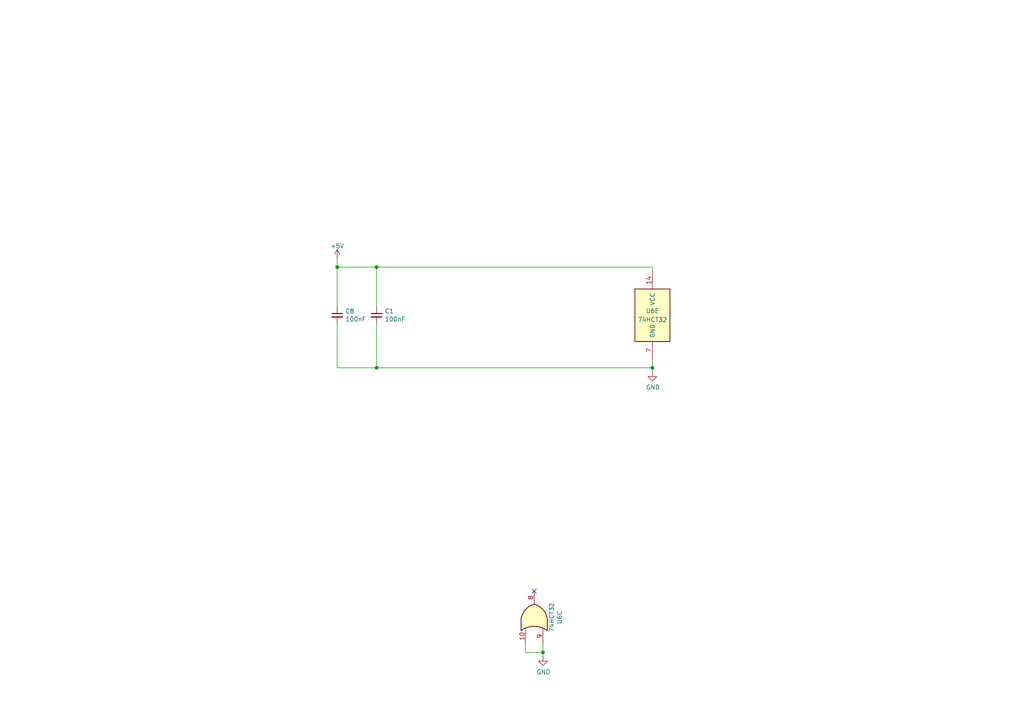
<source format=kicad_sch>
(kicad_sch (version 20231120) (generator "eeschema") (generator_version "8.0")
  (paper "A4")
  (title_block (title "BulkyModem Module (Power)"))
  (lib_symbols
    (symbol "74xx:74LS32" (pin_names (offset 1.016))
      (property "Reference" "U" (at 0 1.27 0))
      (property "Value" "74LS32" (at 0 -1.27 0))
      (symbol "74LS32_1_1"
        (arc (start -3.81 -3.81) (mid -2.589 0) (end -3.81 3.81) (stroke (width 0.254)))
        (arc (start -0.6096 -3.81) (mid 2.1842 -2.5851) (end 3.81 0) (stroke (width 0.254)) (fill (type background)))
        (polyline (pts (xy -3.81 -3.81) (xy -0.635 -3.81)) (stroke (width 0.254)) (fill (type background)))
        (polyline (pts (xy -3.81 3.81) (xy -0.635 3.81)) (stroke (width 0.254)) (fill (type background)))
        (polyline (pts (xy -0.635 3.81) (xy -3.81 3.81) (xy -3.81 3.81) (xy -3.556 3.4036) (xy -3.0226 2.2606) (xy -2.6924 1.0414) (xy -2.6162 -0.254) (xy -2.7686 -1.4986) (xy -3.175 -2.7178) (xy -3.81 -3.81) (xy -3.81 -3.81) (xy -0.635 -3.81)) (stroke (width -25.4)) (fill (type background)))
        (arc (start 3.81 0) (mid 2.1915 2.5936) (end -0.6096 3.81) (stroke (width 0.254)) (fill (type background)))
        (pin input line (at -7.62 2.54 0) (length 4.318) (name "~") (number "1"))
        (pin input line (at -7.62 -2.54 0) (length 4.318) (name "~") (number "2"))
        (pin output line (at 7.62 0 180) (length 3.81) (name "~") (number "3"))
      )
      (symbol "74LS32_1_2"
        (arc (start 0 -3.81) (mid 3.7934 0) (end 0 3.81) (stroke (width 0.254)) (fill (type background)))
        (polyline (pts (xy 0 3.81) (xy -3.81 3.81) (xy -3.81 -3.81) (xy 0 -3.81)) (stroke (width 0.254)) (fill (type background)))
        (pin input inverted (at -7.62 2.54 0) (length 3.81) (name "~") (number "1"))
        (pin input inverted (at -7.62 -2.54 0) (length 3.81) (name "~") (number "2"))
        (pin output inverted (at 7.62 0 180) (length 3.81) (name "~") (number "3"))
      )
      (symbol "74LS32_2_1"
        (arc (start -3.81 -3.81) (mid -2.589 0) (end -3.81 3.81) (stroke (width 0.254)))
        (arc (start -0.6096 -3.81) (mid 2.1842 -2.5851) (end 3.81 0) (stroke (width 0.254)) (fill (type background)))
        (polyline (pts (xy -3.81 -3.81) (xy -0.635 -3.81)) (stroke (width 0.254)) (fill (type background)))
        (polyline (pts (xy -3.81 3.81) (xy -0.635 3.81)) (stroke (width 0.254)) (fill (type background)))
        (polyline (pts (xy -0.635 3.81) (xy -3.81 3.81) (xy -3.81 3.81) (xy -3.556 3.4036) (xy -3.0226 2.2606) (xy -2.6924 1.0414) (xy -2.6162 -0.254) (xy -2.7686 -1.4986) (xy -3.175 -2.7178) (xy -3.81 -3.81) (xy -3.81 -3.81) (xy -0.635 -3.81)) (stroke (width -25.4)) (fill (type background)))
        (arc (start 3.81 0) (mid 2.1915 2.5936) (end -0.6096 3.81) (stroke (width 0.254)) (fill (type background)))
        (pin input line (at -7.62 2.54 0) (length 4.318) (name "~") (number "4"))
        (pin input line (at -7.62 -2.54 0) (length 4.318) (name "~") (number "5"))
        (pin output line (at 7.62 0 180) (length 3.81) (name "~") (number "6"))
      )
      (symbol "74LS32_2_2"
        (arc (start 0 -3.81) (mid 3.7934 0) (end 0 3.81) (stroke (width 0.254)) (fill (type background)))
        (polyline (pts (xy 0 3.81) (xy -3.81 3.81) (xy -3.81 -3.81) (xy 0 -3.81)) (stroke (width 0.254)) (fill (type background)))
        (pin input inverted (at -7.62 2.54 0) (length 3.81) (name "~") (number "4"))
        (pin input inverted (at -7.62 -2.54 0) (length 3.81) (name "~") (number "5"))
        (pin output inverted (at 7.62 0 180) (length 3.81) (name "~") (number "6"))
      )
      (symbol "74LS32_3_1"
        (arc (start -3.81 -3.81) (mid -2.589 0) (end -3.81 3.81) (stroke (width 0.254)))
        (arc (start -0.6096 -3.81) (mid 2.1842 -2.5851) (end 3.81 0) (stroke (width 0.254)) (fill (type background)))
        (polyline (pts (xy -3.81 -3.81) (xy -0.635 -3.81)) (stroke (width 0.254)) (fill (type background)))
        (polyline (pts (xy -3.81 3.81) (xy -0.635 3.81)) (stroke (width 0.254)) (fill (type background)))
        (polyline (pts (xy -0.635 3.81) (xy -3.81 3.81) (xy -3.81 3.81) (xy -3.556 3.4036) (xy -3.0226 2.2606) (xy -2.6924 1.0414) (xy -2.6162 -0.254) (xy -2.7686 -1.4986) (xy -3.175 -2.7178) (xy -3.81 -3.81) (xy -3.81 -3.81) (xy -0.635 -3.81)) (stroke (width -25.4)) (fill (type background)))
        (arc (start 3.81 0) (mid 2.1915 2.5936) (end -0.6096 3.81) (stroke (width 0.254)) (fill (type background)))
        (pin input line (at -7.62 -2.54 0) (length 4.318) (name "~") (number "10"))
        (pin output line (at 7.62 0 180) (length 3.81) (name "~") (number "8"))
        (pin input line (at -7.62 2.54 0) (length 4.318) (name "~") (number "9"))
      )
      (symbol "74LS32_3_2"
        (arc (start 0 -3.81) (mid 3.7934 0) (end 0 3.81) (stroke (width 0.254)) (fill (type background)))
        (polyline (pts (xy 0 3.81) (xy -3.81 3.81) (xy -3.81 -3.81) (xy 0 -3.81)) (stroke (width 0.254)) (fill (type background)))
        (pin input inverted (at -7.62 -2.54 0) (length 3.81) (name "~") (number "10"))
        (pin output inverted (at 7.62 0 180) (length 3.81) (name "~") (number "8"))
        (pin input inverted (at -7.62 2.54 0) (length 3.81) (name "~") (number "9"))
      )
      (symbol "74LS32_4_1"
        (arc (start -3.81 -3.81) (mid -2.589 0) (end -3.81 3.81) (stroke (width 0.254)))
        (arc (start -0.6096 -3.81) (mid 2.1842 -2.5851) (end 3.81 0) (stroke (width 0.254)) (fill (type background)))
        (polyline (pts (xy -3.81 -3.81) (xy -0.635 -3.81)) (stroke (width 0.254)) (fill (type background)))
        (polyline (pts (xy -3.81 3.81) (xy -0.635 3.81)) (stroke (width 0.254)) (fill (type background)))
        (polyline (pts (xy -0.635 3.81) (xy -3.81 3.81) (xy -3.81 3.81) (xy -3.556 3.4036) (xy -3.0226 2.2606) (xy -2.6924 1.0414) (xy -2.6162 -0.254) (xy -2.7686 -1.4986) (xy -3.175 -2.7178) (xy -3.81 -3.81) (xy -3.81 -3.81) (xy -0.635 -3.81)) (stroke (width -25.4)) (fill (type background)))
        (arc (start 3.81 0) (mid 2.1915 2.5936) (end -0.6096 3.81) (stroke (width 0.254)) (fill (type background)))
        (pin output line (at 7.62 0 180) (length 3.81) (name "~") (number "11"))
        (pin input line (at -7.62 2.54 0) (length 4.318) (name "~") (number "12"))
        (pin input line (at -7.62 -2.54 0) (length 4.318) (name "~") (number "13"))
      )
      (symbol "74LS32_4_2"
        (arc (start 0 -3.81) (mid 3.7934 0) (end 0 3.81) (stroke (width 0.254)) (fill (type background)))
        (polyline (pts (xy 0 3.81) (xy -3.81 3.81) (xy -3.81 -3.81) (xy 0 -3.81)) (stroke (width 0.254)) (fill (type background)))
        (pin output inverted (at 7.62 0 180) (length 3.81) (name "~") (number "11"))
        (pin input inverted (at -7.62 2.54 0) (length 3.81) (name "~") (number "12"))
        (pin input inverted (at -7.62 -2.54 0) (length 3.81) (name "~") (number "13"))
      )
      (symbol "74LS32_5_0"
        (pin power_in line (at 0 12.7 270) (length 5.08) (name "VCC") (number "14"))
        (pin power_in line (at 0 -12.7 90) (length 5.08) (name "GND") (number "7"))
      )
      (symbol "74LS32_5_1"
        (rectangle (start -5.08 7.62) (end 5.08 -7.62) (stroke (width 0.254)) (fill (type background)))
      )
    )
    (symbol "Device:C_Small" (pin_numbers hide) (pin_names (offset 0.254) hide)
      (property "Reference" "C" (at 0.254 1.778 0))
      (property "Value" "C_Small" (at 0.254 -2.032 0))
      (symbol "C_Small_0_1"
        (polyline (pts (xy -1.524 -0.508) (xy 1.524 -0.508)) (stroke (width 0.3302)))
        (polyline (pts (xy -1.524 0.508) (xy 1.524 0.508)) (stroke (width 0.3048)))
      )
      (symbol "C_Small_1_1"
        (pin passive line (at 0 2.54 270) (length 2.032) (name "~") (number "1"))
        (pin passive line (at 0 -2.54 90) (length 2.032) (name "~") (number "2"))
      )
    )
    (symbol "power:+5V" (power) (pin_numbers hide) (pin_names (offset 0) hide)
      (property "Value" "+5V" (at 0 3.556 0))
      (symbol "+5V_0_1"
        (polyline (pts (xy -0.762 1.27) (xy 0 2.54)))
        (polyline (pts (xy 0 0) (xy 0 2.54)))
        (polyline (pts (xy 0 2.54) (xy 0.762 1.27)))
      )
      (symbol "+5V_1_1"
        (pin power_in line (at 0 0 90) (length 0) (name "~") (number "1"))
      )
    )
    (symbol "power:GND" (power) (pin_numbers hide) (pin_names (offset 0) hide)
      (property "Value" "GND" (at 0 -3.81 0))
      (symbol "GND_0_1"
        (polyline (pts (xy 0 0) (xy 0 -1.27) (xy 1.27 -1.27) (xy 0 -2.54) (xy -1.27 -1.27) (xy 0 -1.27)))
      )
      (symbol "GND_1_1"
        (pin power_in line (at 0 0 270) (length 0) (name "~") (number "1"))
      )
    )
  )
  (junction (at 189.23 106.68))
  (junction (at 157.48 189.23))
  (junction (at 109.22 106.68))
  (junction (at 109.22 77.47))
  (junction (at 97.79 77.47))
  (no_connect (at 154.94 171.45))
  (wire (pts (xy 109.22 77.47) (xy 109.22 88.9)))
  (wire (pts (xy 97.79 77.47) (xy 97.79 88.9)))
  (wire (pts (xy 97.79 93.98) (xy 97.79 106.68)))
  (wire (pts (xy 97.79 74.93) (xy 97.79 77.47)))
  (wire (pts (xy 157.48 186.69) (xy 157.48 189.23)))
  (wire (pts (xy 189.23 107.95) (xy 189.23 106.68)))
  (wire (pts (xy 152.4 186.69) (xy 152.4 189.23)))
  (wire (pts (xy 97.79 106.68) (xy 109.22 106.68)))
  (wire (pts (xy 109.22 77.47) (xy 189.23 77.47)))
  (wire (pts (xy 189.23 77.47) (xy 189.23 78.74)))
  (wire (pts (xy 189.23 104.14) (xy 189.23 106.68)))
  (wire (pts (xy 97.79 77.47) (xy 109.22 77.47)))
  (wire (pts (xy 157.48 189.23) (xy 157.48 190.5)))
  (wire (pts (xy 109.22 93.98) (xy 109.22 106.68)))
  (wire (pts (xy 109.22 106.68) (xy 189.23 106.68)))
  (wire (pts (xy 157.48 189.23) (xy 152.4 189.23)))
  (symbol (lib_id "power:GND") (at 157.48 190.5 0) (unit 1)
    (property "Reference" "#PWR0105" (effects (hide yes)))
    (property "Value" "GND" (at 157.607 194.8942 0))
    (property "Description" "Power symbol creates a global label with name \"GND\" , ground" (effects (hide yes)))
  )
  (symbol (lib_id "power:+5V") (at 97.79 74.93 0) (unit 1)
    (property "Reference" "#PWR0110" (effects (hide yes)))
    (property "Value" "+5V" (at 97.79 71.374 0))
    (property "Description" "Power symbol creates a global label with name \"+5V\"" (effects (hide yes)))
  )
  (symbol (lib_id "power:GND") (at 189.23 107.95 0) (unit 1)
    (property "Reference" "#PWR0133" (effects (hide yes)))
    (property "Value" "GND" (at 189.357 112.3442 0))
    (property "Description" "Power symbol creates a global label with name \"GND\" , ground" (effects (hide yes)))
  )
  (symbol (lib_id "74xx:74LS32") (at 189.23 91.44 0) (unit 5)
    (property "Reference" "U6" (at 189.23 90.17 0))
    (property "Value" "74HCT32" (at 189.23 92.71 0))
    (property "Footprint" "Package_DIP:DIP-14_W7.62mm_Socket_LongPads" (effects (hide yes)))
    (property "Datasheet" "http://www.ti.com/lit/gpn/sn74LS32" (effects (hide yes)))
    (property "Description" "Quad 2-input OR" (effects (hide yes)))
  )
  (symbol (lib_id "Device:C_Small") (at 97.79 91.44 0) (unit 1)
    (property "Reference" "C8" (at 100.1268 90.2716 0) (effects (justify left)))
    (property "Value" "100nF" (at 100.1268 92.583 0) (effects (justify left)))
    (property "Footprint" "Capacitor_THT:C_Disc_D4.7mm_W2.5mm_P5.00mm" (effects (hide yes)))
    (property "Description" "Unpolarized capacitor, small symbol" (effects (hide yes)))
  )
  (symbol (lib_id "74xx:74LS32") (at 154.94 179.07 270) (mirror x) (unit 3)
    (property "Reference" "U6" (at 162.3314 179.07 0))
    (property "Value" "74HCT32" (at 160.02 179.07 0))
    (property "Footprint" "Package_DIP:DIP-14_W7.62mm_Socket_LongPads" (effects (hide yes)))
    (property "Datasheet" "http://www.ti.com/lit/gpn/sn74LS32" (effects (hide yes)))
    (property "Description" "Quad 2-input OR" (effects (hide yes)))
  )
  (symbol (lib_id "Device:C_Small") (at 109.22 91.44 0) (unit 1)
    (property "Reference" "C1" (at 111.5568 90.2716 0) (effects (justify left)))
    (property "Value" "100nF" (at 111.5568 92.583 0) (effects (justify left)))
    (property "Footprint" "Capacitor_THT:C_Disc_D4.7mm_W2.5mm_P5.00mm" (effects (hide yes)))
    (property "Description" "Unpolarized capacitor, small symbol" (effects (hide yes)))
  )
)
</source>
